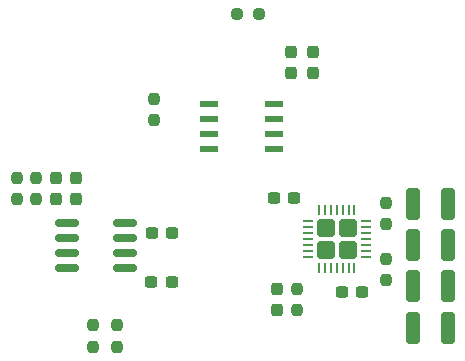
<source format=gbr>
%TF.GenerationSoftware,KiCad,Pcbnew,9.0.2*%
%TF.CreationDate,2025-07-23T20:38:51-05:00*%
%TF.ProjectId,Smart Motor,536d6172-7420-44d6-9f74-6f722e6b6963,rev?*%
%TF.SameCoordinates,Original*%
%TF.FileFunction,Paste,Bot*%
%TF.FilePolarity,Positive*%
%FSLAX46Y46*%
G04 Gerber Fmt 4.6, Leading zero omitted, Abs format (unit mm)*
G04 Created by KiCad (PCBNEW 9.0.2) date 2025-07-23 20:38:51*
%MOMM*%
%LPD*%
G01*
G04 APERTURE LIST*
G04 Aperture macros list*
%AMRoundRect*
0 Rectangle with rounded corners*
0 $1 Rounding radius*
0 $2 $3 $4 $5 $6 $7 $8 $9 X,Y pos of 4 corners*
0 Add a 4 corners polygon primitive as box body*
4,1,4,$2,$3,$4,$5,$6,$7,$8,$9,$2,$3,0*
0 Add four circle primitives for the rounded corners*
1,1,$1+$1,$2,$3*
1,1,$1+$1,$4,$5*
1,1,$1+$1,$6,$7*
1,1,$1+$1,$8,$9*
0 Add four rect primitives between the rounded corners*
20,1,$1+$1,$2,$3,$4,$5,0*
20,1,$1+$1,$4,$5,$6,$7,0*
20,1,$1+$1,$6,$7,$8,$9,0*
20,1,$1+$1,$8,$9,$2,$3,0*%
G04 Aperture macros list end*
%ADD10RoundRect,0.237500X-0.237500X0.250000X-0.237500X-0.250000X0.237500X-0.250000X0.237500X0.250000X0*%
%ADD11RoundRect,0.250000X0.495000X-0.495000X0.495000X0.495000X-0.495000X0.495000X-0.495000X-0.495000X0*%
%ADD12RoundRect,0.062500X0.062500X-0.337500X0.062500X0.337500X-0.062500X0.337500X-0.062500X-0.337500X0*%
%ADD13RoundRect,0.062500X0.337500X-0.062500X0.337500X0.062500X-0.337500X0.062500X-0.337500X-0.062500X0*%
%ADD14RoundRect,0.250000X0.325000X1.100000X-0.325000X1.100000X-0.325000X-1.100000X0.325000X-1.100000X0*%
%ADD15RoundRect,0.250000X-0.325000X-1.100000X0.325000X-1.100000X0.325000X1.100000X-0.325000X1.100000X0*%
%ADD16RoundRect,0.237500X-0.300000X-0.237500X0.300000X-0.237500X0.300000X0.237500X-0.300000X0.237500X0*%
%ADD17R,1.603000X0.558800*%
%ADD18RoundRect,0.237500X-0.237500X0.300000X-0.237500X-0.300000X0.237500X-0.300000X0.237500X0.300000X0*%
%ADD19RoundRect,0.150000X-0.825000X-0.150000X0.825000X-0.150000X0.825000X0.150000X-0.825000X0.150000X0*%
%ADD20RoundRect,0.237500X0.300000X0.237500X-0.300000X0.237500X-0.300000X-0.237500X0.300000X-0.237500X0*%
%ADD21RoundRect,0.237500X-0.250000X-0.237500X0.250000X-0.237500X0.250000X0.237500X-0.250000X0.237500X0*%
%ADD22RoundRect,0.237500X0.237500X-0.250000X0.237500X0.250000X-0.237500X0.250000X-0.237500X-0.250000X0*%
G04 APERTURE END LIST*
D10*
%TO.C,R2*%
X153300000Y-131400000D03*
X153300000Y-133225000D03*
%TD*%
%TO.C,R9*%
X130500000Y-141775000D03*
X130500000Y-143600000D03*
%TD*%
D11*
%TO.C,U2*%
X148175000Y-135425000D03*
X150025000Y-135425000D03*
X148175000Y-133575000D03*
X150025000Y-133575000D03*
D12*
X150600000Y-136950000D03*
X150100000Y-136950000D03*
X149600000Y-136950000D03*
X149100000Y-136950000D03*
X148600000Y-136950000D03*
X148100000Y-136950000D03*
X147600000Y-136950000D03*
D13*
X146650000Y-136000000D03*
X146650000Y-135500000D03*
X146650000Y-135000000D03*
X146650000Y-134500000D03*
X146650000Y-134000000D03*
X146650000Y-133500000D03*
X146650000Y-133000000D03*
D12*
X147600000Y-132050000D03*
X148100000Y-132050000D03*
X148600000Y-132050000D03*
X149100000Y-132050000D03*
X149600000Y-132050000D03*
X150100000Y-132050000D03*
X150600000Y-132050000D03*
D13*
X151550000Y-133000000D03*
X151550000Y-133500000D03*
X151550000Y-134000000D03*
X151550000Y-134500000D03*
X151550000Y-135000000D03*
X151550000Y-135500000D03*
X151550000Y-136000000D03*
%TD*%
D14*
%TO.C,C7*%
X158475000Y-138500000D03*
X155525000Y-138500000D03*
%TD*%
D15*
%TO.C,C6*%
X155525000Y-131500000D03*
X158475000Y-131500000D03*
%TD*%
D16*
%TO.C,C15*%
X133400000Y-138100000D03*
X135125000Y-138100000D03*
%TD*%
D10*
%TO.C,R3*%
X153250000Y-136175000D03*
X153250000Y-138000000D03*
%TD*%
D15*
%TO.C,C5*%
X155525000Y-135000000D03*
X158475000Y-135000000D03*
%TD*%
D10*
%TO.C,R6*%
X128500000Y-141775000D03*
X128500000Y-143600000D03*
%TD*%
D17*
%TO.C,U1*%
X143757300Y-123095000D03*
X143757300Y-124365000D03*
X143757300Y-125635000D03*
X143757300Y-126905000D03*
X138242700Y-126905000D03*
X138242700Y-125635000D03*
X138242700Y-124365000D03*
X138242700Y-123095000D03*
%TD*%
D18*
%TO.C,C12*%
X125333333Y-129337500D03*
X125333333Y-131062500D03*
%TD*%
D16*
%TO.C,C16*%
X133437500Y-134000000D03*
X135162500Y-134000000D03*
%TD*%
D18*
%TO.C,C2*%
X147100000Y-118675000D03*
X147100000Y-120400000D03*
%TD*%
D19*
%TO.C,U3*%
X126225000Y-136905000D03*
X126225000Y-135635000D03*
X126225000Y-134365000D03*
X126225000Y-133095000D03*
X131175000Y-133095000D03*
X131175000Y-134365000D03*
X131175000Y-135635000D03*
X131175000Y-136905000D03*
%TD*%
D18*
%TO.C,C1*%
X145200000Y-118675000D03*
X145200000Y-120400000D03*
%TD*%
%TO.C,C11*%
X127000000Y-129337500D03*
X127000000Y-131062500D03*
%TD*%
D10*
%TO.C,R7*%
X122000000Y-129287500D03*
X122000000Y-131112500D03*
%TD*%
D20*
%TO.C,C8*%
X151250000Y-139000000D03*
X149525000Y-139000000D03*
%TD*%
D18*
%TO.C,C14*%
X144000000Y-138737500D03*
X144000000Y-140462500D03*
%TD*%
D10*
%TO.C,R4*%
X133600000Y-122600000D03*
X133600000Y-124425000D03*
%TD*%
D20*
%TO.C,C3*%
X145475000Y-131000000D03*
X143750000Y-131000000D03*
%TD*%
D14*
%TO.C,C4*%
X158475000Y-142000000D03*
X155525000Y-142000000D03*
%TD*%
D21*
%TO.C,R5*%
X140675000Y-115400000D03*
X142500000Y-115400000D03*
%TD*%
D22*
%TO.C,R10*%
X145700000Y-140525000D03*
X145700000Y-138700000D03*
%TD*%
D10*
%TO.C,R8*%
X123666667Y-129287500D03*
X123666667Y-131112500D03*
%TD*%
M02*

</source>
